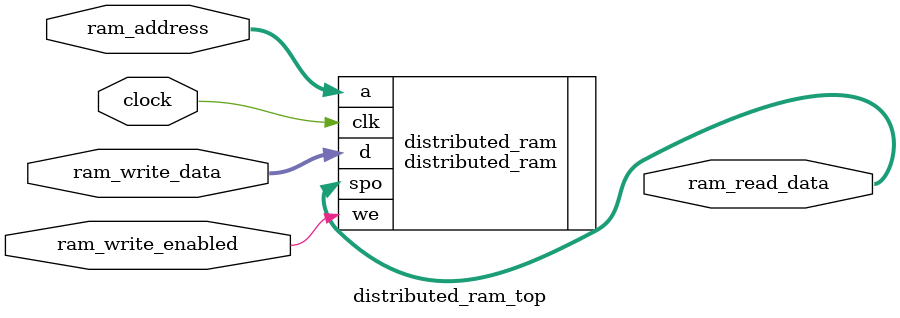
<source format=v>
`default_nettype none

module distributed_ram_top(
  input wire clock,
  input wire [15:0] ram_address,
  input wire [31:0] ram_write_data,
  input wire ram_write_enabled,
  output wire [31:0] ram_read_data
);
  distributed_ram distributed_ram(
    .clk(clock),
    .we(ram_write_enabled),
    .a(ram_address),
    .d(ram_write_data),
    .spo(ram_read_data)
  );
endmodule

</source>
